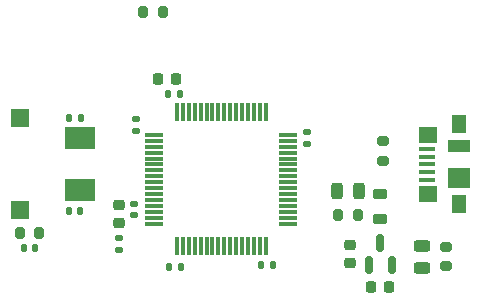
<source format=gbr>
%TF.GenerationSoftware,KiCad,Pcbnew,(6.0.9)*%
%TF.CreationDate,2022-11-25T11:21:21+01:00*%
%TF.ProjectId,stmf303re_eval_board,73746d66-3330-4337-9265-5f6576616c5f,rev?*%
%TF.SameCoordinates,Original*%
%TF.FileFunction,Paste,Top*%
%TF.FilePolarity,Positive*%
%FSLAX46Y46*%
G04 Gerber Fmt 4.6, Leading zero omitted, Abs format (unit mm)*
G04 Created by KiCad (PCBNEW (6.0.9)) date 2022-11-25 11:21:21*
%MOMM*%
%LPD*%
G01*
G04 APERTURE LIST*
G04 Aperture macros list*
%AMRoundRect*
0 Rectangle with rounded corners*
0 $1 Rounding radius*
0 $2 $3 $4 $5 $6 $7 $8 $9 X,Y pos of 4 corners*
0 Add a 4 corners polygon primitive as box body*
4,1,4,$2,$3,$4,$5,$6,$7,$8,$9,$2,$3,0*
0 Add four circle primitives for the rounded corners*
1,1,$1+$1,$2,$3*
1,1,$1+$1,$4,$5*
1,1,$1+$1,$6,$7*
1,1,$1+$1,$8,$9*
0 Add four rect primitives between the rounded corners*
20,1,$1+$1,$2,$3,$4,$5,0*
20,1,$1+$1,$4,$5,$6,$7,0*
20,1,$1+$1,$6,$7,$8,$9,0*
20,1,$1+$1,$8,$9,$2,$3,0*%
G04 Aperture macros list end*
%ADD10R,2.500000X1.900000*%
%ADD11RoundRect,0.140000X0.140000X0.170000X-0.140000X0.170000X-0.140000X-0.170000X0.140000X-0.170000X0*%
%ADD12RoundRect,0.225000X0.250000X-0.225000X0.250000X0.225000X-0.250000X0.225000X-0.250000X-0.225000X0*%
%ADD13RoundRect,0.225000X-0.225000X-0.250000X0.225000X-0.250000X0.225000X0.250000X-0.225000X0.250000X0*%
%ADD14RoundRect,0.140000X-0.170000X0.140000X-0.170000X-0.140000X0.170000X-0.140000X0.170000X0.140000X0*%
%ADD15RoundRect,0.200000X0.200000X0.275000X-0.200000X0.275000X-0.200000X-0.275000X0.200000X-0.275000X0*%
%ADD16RoundRect,0.200000X-0.275000X0.200000X-0.275000X-0.200000X0.275000X-0.200000X0.275000X0.200000X0*%
%ADD17RoundRect,0.140000X0.170000X-0.140000X0.170000X0.140000X-0.170000X0.140000X-0.170000X-0.140000X0*%
%ADD18RoundRect,0.200000X-0.200000X-0.275000X0.200000X-0.275000X0.200000X0.275000X-0.200000X0.275000X0*%
%ADD19RoundRect,0.243750X0.243750X0.456250X-0.243750X0.456250X-0.243750X-0.456250X0.243750X-0.456250X0*%
%ADD20RoundRect,0.225000X0.225000X0.250000X-0.225000X0.250000X-0.225000X-0.250000X0.225000X-0.250000X0*%
%ADD21RoundRect,0.140000X-0.140000X-0.170000X0.140000X-0.170000X0.140000X0.170000X-0.140000X0.170000X0*%
%ADD22R,1.380000X0.450000*%
%ADD23R,1.900000X1.800000*%
%ADD24R,1.300000X1.650000*%
%ADD25R,1.550000X1.425000*%
%ADD26R,1.900000X1.000000*%
%ADD27RoundRect,0.218750X-0.381250X0.218750X-0.381250X-0.218750X0.381250X-0.218750X0.381250X0.218750X0*%
%ADD28RoundRect,0.150000X0.150000X-0.587500X0.150000X0.587500X-0.150000X0.587500X-0.150000X-0.587500X0*%
%ADD29RoundRect,0.075000X-0.700000X-0.075000X0.700000X-0.075000X0.700000X0.075000X-0.700000X0.075000X0*%
%ADD30RoundRect,0.075000X-0.075000X-0.700000X0.075000X-0.700000X0.075000X0.700000X-0.075000X0.700000X0*%
%ADD31RoundRect,0.243750X-0.456250X0.243750X-0.456250X-0.243750X0.456250X-0.243750X0.456250X0.243750X0*%
%ADD32RoundRect,0.225000X-0.250000X0.225000X-0.250000X-0.225000X0.250000X-0.225000X0.250000X0.225000X0*%
%ADD33R,1.500000X1.500000*%
%ADD34RoundRect,0.147500X0.172500X-0.147500X0.172500X0.147500X-0.172500X0.147500X-0.172500X-0.147500X0*%
G04 APERTURE END LIST*
D10*
%TO.C,Y1*%
X139700000Y-76540000D03*
X139700000Y-80940000D03*
%TD*%
D11*
%TO.C,C10*%
X139717258Y-74784204D03*
X138757258Y-74784204D03*
%TD*%
D12*
%TO.C,C5*%
X143002000Y-83712500D03*
X143002000Y-82162500D03*
%TD*%
D13*
%TO.C,C1*%
X146291000Y-71509933D03*
X147841000Y-71509933D03*
%TD*%
D14*
%TO.C,C2*%
X158871524Y-76026704D03*
X158871524Y-76986704D03*
%TD*%
D15*
%TO.C,R2*%
X146659600Y-65887600D03*
X145009600Y-65887600D03*
%TD*%
D16*
%TO.C,R5*%
X170688000Y-85725000D03*
X170688000Y-87375000D03*
%TD*%
D17*
%TO.C,C6*%
X144403118Y-75897878D03*
X144403118Y-74937878D03*
%TD*%
D18*
%TO.C,R4*%
X161544000Y-83058000D03*
X163194000Y-83058000D03*
%TD*%
D19*
%TO.C,D1*%
X163306500Y-81026000D03*
X161431500Y-81026000D03*
%TD*%
D20*
%TO.C,C13*%
X165875000Y-89154000D03*
X164325000Y-89154000D03*
%TD*%
D11*
%TO.C,C8*%
X155998823Y-87263717D03*
X155038823Y-87263717D03*
%TD*%
D16*
%TO.C,R3*%
X165313165Y-76801822D03*
X165313165Y-78451822D03*
%TD*%
D11*
%TO.C,C11*%
X139699140Y-82681118D03*
X138739140Y-82681118D03*
%TD*%
%TO.C,C3*%
X148206400Y-87477600D03*
X147246400Y-87477600D03*
%TD*%
D21*
%TO.C,C4*%
X134902000Y-85852000D03*
X135862000Y-85852000D03*
%TD*%
D22*
%TO.C,J2*%
X169082600Y-80045000D03*
X169082600Y-79395000D03*
X169082600Y-78745000D03*
X169082600Y-78095000D03*
X169082600Y-77445000D03*
D23*
X171742600Y-79895000D03*
D24*
X171742600Y-82120000D03*
X171742600Y-75370000D03*
D25*
X169167600Y-76257500D03*
D26*
X171742600Y-77195000D03*
D25*
X169167600Y-81232500D03*
%TD*%
D27*
%TO.C,FB1*%
X165100000Y-81280000D03*
X165100000Y-83405000D03*
%TD*%
D21*
%TO.C,C9*%
X147141269Y-72770023D03*
X148101269Y-72770023D03*
%TD*%
D28*
%TO.C,U2*%
X164150000Y-87297500D03*
X166050000Y-87297500D03*
X165100000Y-85422500D03*
%TD*%
D29*
%TO.C,U1*%
X145963000Y-76260000D03*
X145963000Y-76760000D03*
X145963000Y-77260000D03*
X145963000Y-77760000D03*
X145963000Y-78260000D03*
X145963000Y-78760000D03*
X145963000Y-79260000D03*
X145963000Y-79760000D03*
X145963000Y-80260000D03*
X145963000Y-80760000D03*
X145963000Y-81260000D03*
X145963000Y-81760000D03*
X145963000Y-82260000D03*
X145963000Y-82760000D03*
X145963000Y-83260000D03*
X145963000Y-83760000D03*
D30*
X147888000Y-85685000D03*
X148388000Y-85685000D03*
X148888000Y-85685000D03*
X149388000Y-85685000D03*
X149888000Y-85685000D03*
X150388000Y-85685000D03*
X150888000Y-85685000D03*
X151388000Y-85685000D03*
X151888000Y-85685000D03*
X152388000Y-85685000D03*
X152888000Y-85685000D03*
X153388000Y-85685000D03*
X153888000Y-85685000D03*
X154388000Y-85685000D03*
X154888000Y-85685000D03*
X155388000Y-85685000D03*
D29*
X157313000Y-83760000D03*
X157313000Y-83260000D03*
X157313000Y-82760000D03*
X157313000Y-82260000D03*
X157313000Y-81760000D03*
X157313000Y-81260000D03*
X157313000Y-80760000D03*
X157313000Y-80260000D03*
X157313000Y-79760000D03*
X157313000Y-79260000D03*
X157313000Y-78760000D03*
X157313000Y-78260000D03*
X157313000Y-77760000D03*
X157313000Y-77260000D03*
X157313000Y-76760000D03*
X157313000Y-76260000D03*
D30*
X155388000Y-74335000D03*
X154888000Y-74335000D03*
X154388000Y-74335000D03*
X153888000Y-74335000D03*
X153388000Y-74335000D03*
X152888000Y-74335000D03*
X152388000Y-74335000D03*
X151888000Y-74335000D03*
X151388000Y-74335000D03*
X150888000Y-74335000D03*
X150388000Y-74335000D03*
X149888000Y-74335000D03*
X149388000Y-74335000D03*
X148888000Y-74335000D03*
X148388000Y-74335000D03*
X147888000Y-74335000D03*
%TD*%
D31*
%TO.C,D2*%
X168656000Y-85676500D03*
X168656000Y-87551500D03*
%TD*%
D17*
%TO.C,C7*%
X144272000Y-83030000D03*
X144272000Y-82070000D03*
%TD*%
D32*
%TO.C,C12*%
X162560000Y-85585000D03*
X162560000Y-87135000D03*
%TD*%
D18*
%TO.C,R1*%
X134557000Y-84582000D03*
X136207000Y-84582000D03*
%TD*%
D33*
%TO.C,SW1*%
X134620000Y-74840000D03*
X134620000Y-82640000D03*
%TD*%
D34*
%TO.C,L1*%
X143002000Y-85962500D03*
X143002000Y-84992500D03*
%TD*%
M02*

</source>
